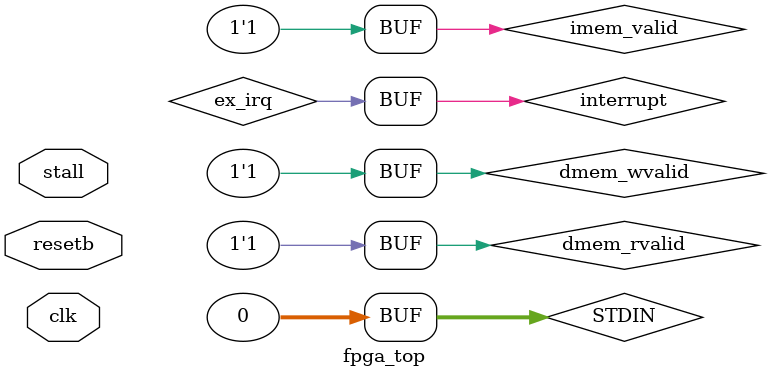
<source format=v>

`define PRINT_TIMELOG

`define TOP         srv32_top.srv32_core.srv32

/* verilator coverage_off */

`ifdef VERILATOR
import "DPI-C" function byte getch();
`endif

`ifdef SYNTHESIS
module fpga_top(
    input           clk,
    input           resetb,
    input           stall
);
`else
`ifdef VERILATOR
module testbench(
    input           clk,
    input           resetb,
    input           stall
);
`else
module testbench();
`endif // VERILATOR
`endif // SYNTHESIS

    `include "opcode.vh"

`ifdef MEMSIZE
    localparam      IRAMSIZE    = `MEMSIZE*1024;
    localparam      IRAMBASE    = 0;
    localparam      DRAMSIZE    = `MEMSIZE*1024;
    localparam      DRAMBASE    = `MEMSIZE*1024;
`else
    localparam      IRAMSIZE    = 128*1024;
    localparam      IRAMBASE    = 0;
    localparam      DRAMSIZE    = 128*1024;
    localparam      DRAMBASE    = 128*1024;
`endif

`ifdef RV32M_ENABLED
    localparam RV32M = 1;
`else
    localparam RV32M = 0;
`endif

`ifdef RV32E_ENABLED
    localparam          RV32E   = 1;
    localparam  [ 4: 0] REG_SYS = REG_T0;
`else
    localparam          RV32E   = 0;
    localparam  [ 4: 0] REG_SYS = REG_A7;
`endif

`ifdef RV32B_ENABLED
    localparam RV32B = 1;
`else
    localparam RV32B = 0;
`endif

`ifdef RV32C_ENABLED
    localparam RV32C = 1;
`else
    localparam RV32C = 0;
`endif

`ifndef SYNTHESIS
`ifndef VERILATOR
    reg             clk;
    reg             resetb;
    reg             stall;
`endif // !VERILATOR
`endif // !SYNTHESIS

    wire            exception;
    wire            ex_irq;
    wire            interrupt;

    reg     [31: 0] next_pc;
    reg     [ 7: 0] count;
    reg     [ 1: 0] fillcount;
    integer         i;
    integer         dump;
    integer         STDIN = 0;

task printStatistics;
begin
    $display("\nExcuting %0d instructions, %0d cycles, %0d.%03d CPI",
            `TOP.csr_instret, `TOP.csr_cycle,
            `TOP.csr_cycle/`TOP.csr_instret,
            (`TOP.csr_cycle * 1000 /`TOP.csr_instret) % 1000);
    $display("Program terminate");
end
endtask

`ifndef SYNTHESIS
initial begin
    if ($test$plusargs("help") != 0) begin
        $display("Usage: sim [+help] [+no-meminit] [+dump] [+trace] [prog.elf]");
        $display("");
        $display("    +help         usage help");
        $display("    +no-meminit   memory uninitialized");
        $display("    +dump         dump vcd file");
        $display("    +trace        generate trace log");
        $display("");
        $finish(0);
    end

    dump = $fopen("dump.txt", "w");

    if ($test$plusargs("dump") != 0) begin
        `ifdef VERILATOR
        $dumpfile("wave.fst");
        `else
        $dumpfile("wave.vcd");
        `endif
        $dumpvars(0, testbench);
    end

`ifndef VERILATOR
    clk             = 1'b1;
    resetb          = 1'b0;
    stall           = 1'b1;

    #100 resetb     = 1'b1;
    #100 stall      = 1'b0;
`endif // VERILATOR

end

`ifndef VERILATOR
always #10 clk      = ~clk;
`endif // VERILATOR

// check timeout if the PC do not change anymore
always @(posedge clk or negedge resetb) begin
    if (!resetb) begin
        next_pc     <= 32'h0;
        count       <= 8'h0;
    end else begin
        next_pc     <= `TOP.if_pc;

        if (next_pc == `TOP.if_pc)
            count   <= count + 1;
        else
            count   <= 8'h0;

        if (count > 100) begin
            $display("Executing timeout");
            $finish(2);
        end
    end
end

// stop at exception
`ifdef STOP_AT_EXCEPTION
always @(posedge clk) begin
    if (exception) begin
        $display("Exception occurs, simulation exist.");
        $finish(2);
    end
end
`endif
`endif // SYNTHESIS

`ifdef SINGLE_RAM

    wire            mem_ready;
    wire            mem_valid;
    wire            mem_we;
    wire    [31: 0] mem_addr;
    wire            mem_rresp;
    wire    [31: 0] mem_rdata;
    wire    [31: 0] mem_wdata;
    wire    [ 3: 0] mem_wstrb;
    wire            ready;

    assign mem_valid = 1'b1;
    assign interrupt = ex_irq;

    assign ready = (mem_ready && mem_we && mem_addr[31:28] == MMIO_BASE) ?
                   1'b0 : mem_ready;

    srv32_top #(
        .RV32M (RV32M),
        .RV32E (RV32E),
        .RV32B (RV32B),
        .RV32C (RV32C)
    ) srv32_top (
        .clk        (clk),
        .resetb     (resetb),

        .stall      (stall),
        .exception  (exception),

        .ex_irq     (ex_irq),
        .interrupt  (interrupt),

        .mem_ready  (mem_ready),
        .mem_valid  (mem_valid),
        .mem_we     (mem_we),
        .mem_addr   (mem_addr),
        .mem_rresp  (mem_rresp),
        .mem_rdata  (mem_rdata),
        .mem_wdata  (mem_wdata),
        .mem_wstrb  (mem_wstrb)
    );

    mem1port # (
        .SIZE(IRAMSIZE+DRAMSIZE),
        .FILE("memory.bin")
    ) mem (
        .clk   (clk),
        .resetb(resetb),

        .ready (ready),
        .we    (mem_we),
        .addr  (mem_addr[31:2]),
        .rresp (mem_rresp),
        .rdata (mem_rdata),
        .wdata (mem_wdata),
        .wstrb (mem_wstrb)
    );

`ifndef SYNTHESIS
    // check memory range
    always @(posedge clk) begin
        if (mem_ready && mem_we && mem_addr == MMIO_PUTC) begin
            $write("%c", mem_wdata[7:0]);
            $fflush;
        end
        else if (mem_ready && !mem_we && mem_addr == MMIO_GETC) begin
            `ifdef VERILATOR
            mem_rdata[ 7: 0] <= getch();
            `else
            // TODO
            mem_rdata[ 7: 0] <= 8'h78; // $fgetc(STDIN);
            `endif
            mem_rdata[31: 8] <= 'd0;
        end
        else if (mem_ready && mem_we && mem_addr == MMIO_EXIT) begin
            printStatistics();
            $finish(1);
        end
        else if (mem_ready && mem_we && mem_addr == MMIO_TOHOST) begin
            // TODO
        end
        else if (mem_ready &&
                 mem_addr[31:$clog2(DRAMSIZE+IRAMSIZE)] != 'd0) begin
            $display("DMEM address %x out of range", mem_addr);
            $finish(2);
        end
    end

    // syscall
    always @(posedge clk) begin
        if (`TOP.wb_system && !`TOP.wb_stall) begin
            if (`TOP.wb_break == 2'b00 && `TOP.regs[REG_SYS] == SYS_EXIT) begin
                printStatistics();
                $finish(2);
            end else if (`TOP.wb_break == 2'b00 && `TOP.regs[REG_SYS] == SYS_WRITE &&
                `TOP.regs[REG_A0] == 32'h1) begin // stdout
                for (i = 0; i < `TOP.regs[REG_A2]; i = i + 1) begin
                    $write("%c", mem.getb(`TOP.regs[REG_A1] + i));
                end
                /* verilator lint_off IGNOREDRETURN */
                `TOP.set_reg(REG_A0, `TOP.regs[REG_A2]);
                /* verilator lint_on IGNOREDRETURN */
                $fflush;
            end else if (`TOP.wb_break == 2'b00 && `TOP.regs[REG_SYS] == SYS_READ &&
                `TOP.regs[REG_A0] == 32'h0) begin // stdin
                // TODO
            end else if (`TOP.wb_break == 2'b00 && `TOP.regs[REG_SYS] == SYS_DUMP && dump != 0) begin
                for (i = `TOP.regs[REG_A0]; i < `TOP.regs[REG_A1]; i = i + 4) begin
                    $fdisplay(dump, "%02x%02x%02x%02x", mem.getb(i + 3),
                                                        mem.getb(i + 2),
                                                        mem.getb(i + 1),
                                                        mem.getb(i + 0));
                end
            end else if (`TOP.wb_break == 2'b00 && `TOP.regs[REG_SYS] == SYS_DUMP_BIN && dump != 0) begin
                for (i = `TOP.regs[REG_A0]; i < `TOP.regs[REG_A1]; i = i + 1) begin
                    $fwrite(dump, "%c", mem.getb(i));
                end
            end
        end
    end
`endif // SYNTHESIS

`else // IRAM and DRAM seperate

    wire            imem_ready;
    wire            imem_valid;
    wire    [31: 0] imem_addr;
    wire            imem_rresp;
    wire    [31: 0] imem_rdata;

    wire            dmem_wready;
    wire            dmem_wvalid;
    wire    [31: 0] dmem_waddr;
    wire    [31: 0] dmem_wdata;
    wire    [ 3: 0] dmem_wstrb;

    wire            dmem_rready;
    wire            dmem_rvalid;
    wire    [31: 0] dmem_raddr;
    wire            dmem_rresp;
    wire    [31: 0] dmem_rdata;
    wire    [31: 0] dmem_rdata0;
    wire    [31: 0] dmem_rdata1;

    wire            wready;
    reg             rready;

    assign imem_valid   = 1'b1;
    assign dmem_rvalid  = 1'b1;
    assign dmem_wvalid  = 1'b1;

    assign interrupt    = ex_irq;

    //FIXME
    //assign dmem_rdata   = rready ? dmem_rdata1 : dmem_rdata0;
    assign dmem_rdata   = rready ? result : dmem_rdata0;

    assign wready       = (dmem_waddr[31:28] == MMIO_BASE) ?  1'b0 : dmem_wready;

    srv32_top #(
        .RV32M (RV32M),
        .RV32E (RV32E),
        .RV32B (RV32B),
        .RV32C (RV32C)
    ) srv32_top (
        .clk        (clk),
        .resetb     (resetb),

        .stall      (stall),
        .exception  (exception),

        .ex_irq     (ex_irq),
        .ir  (interrupt),

        .imem_ready (imem_ready),
        .imem_valid (imem_valid),
        .imem_addr  (imem_addr),
        .imem_rresp (imem_rresp),
        .imem_rdata (imem_rdata),

        .dmem_wready(dmem_wready),
        .dmem_wvalid(dmem_wvalid),
        .dmem_waddr (dmem_waddr),
        .dmem_wdata (dmem_wdata),
        .dmem_wstrb (dmem_wstrb),

        .dmem_rready(dmem_rready),
        .dmem_rvalid(dmem_rvalid),
        .dmem_raddr (dmem_raddr),
        .dmem_rresp (dmem_rresp),
        .dmem_rdata (dmem_rdata)
    );

`ifdef RV32C_ENABLED

wire [30: 0] imem_raddr_i;
assign imem_raddr_i = imem_addr[31:1]-(IRAMBASE/2);

    mem2r1w # (
        .SIZE(IRAMSIZE),
        .FILE("imem.bin")
    ) imem (
        .clk   (clk),
        .resetb(resetb),

        .rready(imem_ready & imem_valid),
        .wready(1'b0),
        .rresp (imem_rresp),
        .rdata (imem_rdata),
        .raddr (imem_addr_i),
        .waddr (30'h0),
        .wdata (32'h0),
        .wstrb (4'h0)
    );
`else

wire [29: 0] imem_raddr_i;
assign imem_raddr_i[29:0] = imem_addr[31:2]-(IRAMBASE/4);

    mem2ports # (
        .SIZE(IRAMSIZE),
        .FILE("imem.bin")
    ) imem (
        .clk   (clk),
        .resetb(resetb),

        .rready(imem_ready & imem_valid),
        .wready(1'b0),
        .rresp (imem_rresp),
        .rdata (imem_rdata),
        .raddr (imem_raddr_i),
        .waddr (30'h0),
        .wdata (32'h0),
        .wstrb (4'h0)
    );
`endif // RV32C_ENABLED

wire [29:0] dmem_raddr_i;
wire [29:0] dmem_waddr_i;

assign dmem_raddr_i = dmem_raddr[31:2]-(DRAMBASE/4);
assign dmem_waddr_i = dmem_waddr[31:2]-(DRAMBASE/4);

    mem2ports # (
        .SIZE(DRAMSIZE),
        .FILE("dmem.bin")
    ) dmem (
        .clk   (clk),
        .resetb(resetb),

        .rready(dmem_rready & dmem_rvalid),
        .wready(wready & dmem_wvalid),
        .rresp (dmem_rresp),
        .rdata (dmem_rdata0),
        .raddr (dmem_raddr_i),
        .waddr (dmem_waddr_i),
        .wdata (dmem_wdata),
        .wstrb (dmem_wstrb)
    );

`ifndef SYNTHESIS
    reg [31: 0] result;

    // check memory range
    always @(posedge clk) begin
        if (imem_ready && imem_addr[31:$clog2(IRAMSIZE)] != 'd0) begin
            $display("IMEM address %x out of range", imem_addr);
            $finish(2);
        end

        if (`TOP.dmem_wready && `TOP.dmem_waddr == MMIO_PUTC) begin
            $write("%c", dmem_wdata[7:0]);
            result[31: 0] <= 'h1;
            $fflush;
        end
        else if (`TOP.dmem_wready && `TOP.dmem_waddr == MMIO_EXIT) begin
            printStatistics();
            result[31: 0] <= 'h1;
            $finish(1);
        end
        else if (`TOP.dmem_wready && `TOP.dmem_waddr == MMIO_TOHOST) begin
            case (dmem.getw(dmem_wdata-IRAMSIZE))
                //SYS_OPEN:  // TODO
                SYS_LSEEK:
                begin
                    result[31: 0] <= 32'hffff_ffff;
                end
                //SYS_CLOSE: // TODO
                //SYS_READ:  // TODO
                SYS_WRITE:
                begin
                    if (dmem.getw(dmem_wdata-IRAMSIZE+'h4) == 32'h1) begin // STDOUT
                        for (i = 0; i < dmem.getw(dmem_wdata-IRAMSIZE+'hc); i = i + 1) begin
                            $write("%c", dmem.getb(dmem.getw(dmem_wdata-IRAMSIZE+'h8) - IRAMSIZE + i));
                        end
                    end
                    result[31: 0] <= dmem.getw(dmem_wdata-IRAMSIZE+'hc);
                end
                //SYS_FSTAT: // TODO
                SYS_EXIT:
                begin
                    printStatistics();
                    result[31: 0] <= 'h0;
                    $finish(2);
                end
                //SYS_SBRK: // TODO
                SYS_DUMP:
                begin
                    if (dump != 0) begin
                        for (i = dmem.getw(dmem_wdata-IRAMSIZE+'h4);
                             i < dmem.getw(dmem_wdata-IRAMSIZE+'h8);
                             i = i + 4) begin
                            $fdisplay(dump, "%08x", dmem.getw(i - IRAMSIZE));
                        end
                    end
                    result[31: 0] <= 'h0;
                end
                SYS_DUMP_BIN:
                begin
                    if (dump != 0) begin
                        for (i = dmem.getw(dmem_wdata-IRAMSIZE+'h4);
                             i < dmem.getw(dmem_wdata-IRAMSIZE+'h8);
                             i = i + 1) begin
                            $fdisplay(dump, "%c", dmem.getb(i - IRAMSIZE));
                        end
                    end
                    result[31: 0] <= 'h0;
                end
                default:
                    $display("Unknown TOHOST command %x", dmem.getw(dmem_wdata-IRAMSIZE));
            endcase
        end
        else if (dmem_wready &&
                 dmem_waddr[31:$clog2(DRAMSIZE+IRAMSIZE)] != 'd0) begin
            $display("DMEM address %x out of range", dmem_waddr);
            $finish(2);
        end
    end

    always @(posedge clk) begin
        if (`TOP.dmem_rready && `TOP.dmem_raddr == MMIO_FROMHOST) begin
            rready <= 1'b1;
        end else begin
            rready <= 1'b0;
        end
    end

    always @(posedge clk) begin
        if (`TOP.dmem_rready && `TOP.dmem_raddr == MMIO_FROMHOST) begin
            dmem_rdata1[31: 0] <= result[31: 0];
        /*
        else if (`TOP.dmem_rready && `TOP.dmem_raddr == MMIO_GETC) begin
            `ifdef VERILATOR
            dmem_rdata1[ 7: 0] <= getch();
            `else
            // TODO
            dmem_rdata1[ 7: 0] <= 8'h78; // $fgetc(STDIN);
            `endif
            dmem_rdata1[31: 8] <= 'd0;
        */
        end
    end

    // syscall
    always @(posedge clk) begin
        if (`TOP.wb_system && !`TOP.wb_stall) begin
            if (`TOP.wb_break == 2'b00 && `TOP.regs[REG_SYS] == SYS_EXIT) begin
                printStatistics();
                $finish(2);
            end else if (`TOP.wb_break == 2'b00 && `TOP.regs[REG_SYS] == SYS_WRITE &&
                `TOP.regs[REG_A0] == 32'h1) begin // stdout
                for (i = 0; i < `TOP.regs[REG_A2]; i = i + 1) begin
                    $write("%c", dmem.getb(`TOP.regs[REG_A1] - IRAMSIZE + i));
                end
                /* verilator lint_off IGNOREDRETURN */
                `ifdef VERILATOR
                `TOP.set_reg(REG_A0, `TOP.regs[REG_A2]);
                `endif
                /* verilator lint_on IGNOREDRETURN */
                $fflush;
            end else if (`TOP.wb_break == 2'b00 && `TOP.regs[REG_SYS] == SYS_READ &&
                `TOP.regs[REG_A0] == 32'h0) begin // stdin
                // TODO
            end else if (`TOP.wb_break == 2'b00 && `TOP.regs[REG_SYS] == SYS_DUMP && dump != 0) begin
                for (i = `TOP.regs[REG_A0]; i < `TOP.regs[REG_A1]; i = i + 4) begin
                    $fdisplay(dump, "%02x%02x%02x%02x", dmem.getb(i - IRAMSIZE + 3),
                                                        dmem.getb(i - IRAMSIZE + 2),
                                                        dmem.getb(i - IRAMSIZE + 1),
                                                        dmem.getb(i - IRAMSIZE + 0));
                end
            end else if (`TOP.wb_break == 2'b00 && `TOP.regs[REG_SYS] == SYS_DUMP_BIN && dump != 0) begin
                for (i = `TOP.regs[REG_A0]; i < `TOP.regs[REG_A1]; i = i + 1) begin
                    $fwrite(dump, "%c", dmem.getb(i - IRAMSIZE));
                end
            end
        end
    end
`endif // SYNTHESIS

`endif // SINGLE_RAM

`ifndef SYNTHESIS
`ifdef TRACE
////////////////////////////////////////////////////////////
// Generate trace.log
////////////////////////////////////////////////////////////
    integer         fp;

    reg [7*8:1] regname;

initial begin
    if ($test$plusargs("trace") != 0) begin
        fp = $fopen("trace.log", "w");
    end
end

always @* begin
    case(`TOP.wb_dst_sel)
        'd0: regname = "zero";
        'd1: regname = "ra";
        'd2: regname = "sp";
        'd3: regname = "gp";
        'd4: regname = "tp";
        'd5: regname = "t0";
        'd6: regname = "t1";
        'd7: regname = "t2";
        'd8: regname = "s0(fp)";
        'd9: regname = "s1";
        'd10: regname = "a0";
        'd11: regname = "a1";
        'd12: regname = "a2";
        'd13: regname = "a3";
        'd14: regname = "a4";
        'd15: regname = "a5";
        'd16: regname = "a6";
        'd17: regname = "a7";
        'd18: regname = "s2";
        'd19: regname = "s3";
        'd20: regname = "s4";
        'd21: regname = "s5";
        'd22: regname = "s6";
        'd23: regname = "s7";
        'd24: regname = "s8";
        'd25: regname = "s9";
        'd26: regname = "s10";
        'd27: regname = "s11";
        'd28: regname = "t3";
        'd29: regname = "t4";
        'd30: regname = "t5";
        'd31: regname = "t6";
        default: regname = "xx";
    endcase
end

always @(posedge clk or negedge resetb) begin
    if (!resetb) begin
        fillcount       <= 'd0;
    end else if (!`TOP.wb_stall && !`TOP.stall_r && !`TOP.wb_flush &&
                 fillcount != 2'b11) begin
        fillcount       <= fillcount + 1;
    end
end

always @(posedge clk) begin
    if ($test$plusargs("trace") != 0 && !`TOP.wb_stall && !`TOP.stall_r &&
        !`TOP.wb_flush && fillcount == 2'b11) begin
        `ifdef PRINT_TIMELOG
        $fwrite(fp, "%d ", `TOP.csr_cycle[31:0]);
        `endif
        $fwrite(fp, "%08x %08x", `TOP.wb_pc, `TOP.wb_insn);
        if (`TOP.wb_mem2reg && !`TOP.wb_ld_align_excp) begin
            $fwrite(fp, " read 0x%08x", `TOP.wb_raddress);
            if (`TOP.wb_alu2reg) begin
                $fwrite(fp, ", x%02d (%0s) <= 0x%08x\n", `TOP.wb_dst_sel,
                                                       regname, `TOP.wb_rdata);
            end else begin
                $fwrite(fp, "\n");
            end
        end else if (`TOP.wb_alu2reg) begin
            if (!`TOP.wb_trap_nop) begin
                $fwrite(fp, " x%02d (%0s) <= 0x%08x\n", `TOP.wb_dst_sel, regname,
                                                        `TOP.wb_result);
            end else begin
                $fwrite(fp, "\n");
            end
        end else if (`TOP.dmem_wready) begin
            case(`TOP.wb_alu_op)
                3'h0: begin
                    case (`TOP.wb_wstrb)
                        4'b0001: $fwrite(fp, " write 0x%08x <= 0x%08x\n",
                        `TOP.dmem_waddr, {24'h0, `TOP.dmem_wdata[8*0+7:8*0]});
                        4'b0010: $fwrite(fp, " write 0x%08x <= 0x%08x\n",
                        `TOP.dmem_waddr, {24'h0, `TOP.dmem_wdata[8*1+7:8*1]});
                        4'b0100: $fwrite(fp, " write 0x%08x <= 0x%08x\n",
                        `TOP.dmem_waddr, {24'h0, `TOP.dmem_wdata[8*2+7:8*2]});
                        4'b1000: $fwrite(fp, " write 0x%08x <= 0x%08x\n",
                        `TOP.dmem_waddr, {24'h0, `TOP.dmem_wdata[8*3+7:8*3]});
                        default: ;
                    endcase
                end
                3'h1: begin
                    if (`TOP.wb_wstrb == 4'b0011)
                        $fwrite(fp, " write 0x%08x <= 0x%08x\n",
                        `TOP.dmem_waddr, {16'h0, `TOP.dmem_wdata[15:0]});
                    else if (`TOP.wb_wstrb == 4'b1100)
                        $fwrite(fp, " write 0x%08x <= 0x%08x\n",
                        `TOP.dmem_waddr, {16'h0, `TOP.dmem_wdata[31:16]});
                end
                3'h2: $fwrite(fp, " write 0x%08x <= 0x%08x\n",
                      `TOP.dmem_waddr, `TOP.dmem_wdata);
                default: $fwrite(fp, "\n");
            endcase
        end else begin
            $fwrite(fp, "\n");
        end
    end
end
`endif // TRACE
`endif // SYNTHESIS

endmodule

/* verilator coverage_on */


</source>
